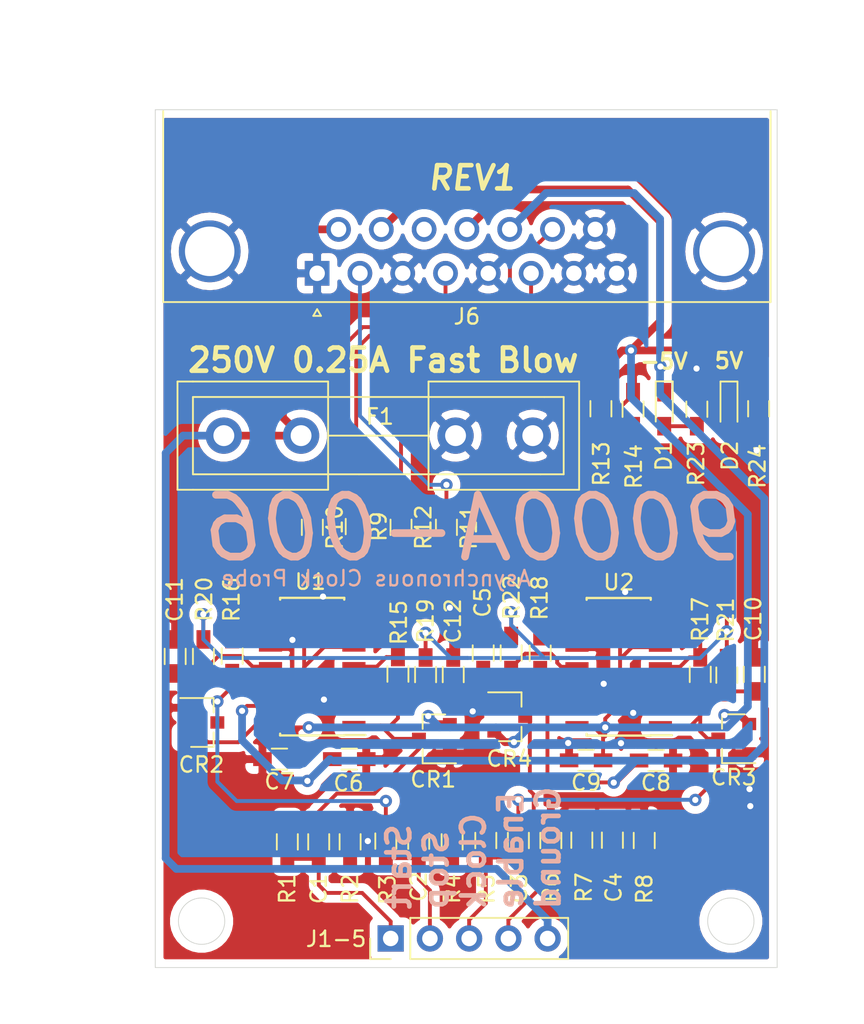
<source format=kicad_pcb>
(kicad_pcb (version 20171130) (host pcbnew "(5.1.4)-1")
  (layers (0 F.Cu signal) (31 B.Cu signal) (34 B.Paste user) (35 F.Paste user) (36 B.SilkS user) (37 F.SilkS user) (38 B.Mask user) (39 F.Mask user) (44 Edge.Cuts user))
  (net 0 "")
  (net 1 "Net-(C1-Pad2)")
  (net 2 "Net-(C1-Pad1)")
  (net 3 "Net-(C2-Pad1)")
  (net 4 "Net-(C2-Pad2)")
  (net 5 "Net-(C3-Pad2)")
  (net 6 "Net-(C3-Pad1)")
  (net 7 "Net-(C4-Pad2)")
  (net 8 "Net-(C4-Pad1)")
  (net 9 "Net-(C5-Pad1)")
  (net 10 GND)
  (net 11 -5V)
  (net 12 +5V)
  (net 13 "Net-(C10-Pad1)")
  (net 14 "Net-(C11-Pad1)")
  (net 15 "Net-(C12-Pad1)")
  (net 16 "Net-(D1-Pad2)")
  (net 17 "Net-(D2-Pad2)")
  (net 18 GND_Sense)
  (net 19 Clock)
  (net 20 Stop)
  (net 21 Enable)
  (net 22 "Net-(J6-Pad11)")
  (net 23 Start)
  (net 24 "Net-(R15-Pad1)")
  (net 25 "Net-(R10-Pad2)")
  (net 26 "Net-(R11-Pad2)")
  (net 27 "Net-(R12-Pad2)")
  (net 28 "Net-(R13-Pad2)")
  (module Resistors_SMD:R_0603_HandSoldering (layer F.Cu) (at 101.092 79.502 270)
    (fp_text reference C1 (at 3.048 0 90) (layer F.SilkS))
    (fp_text value 10pF)
    (pad 2 smd rect (at 1.1 0 270) (size 1.2 0.9) (layers F.Cu F.Paste F.Mask) (net 1 "Net-(C1-Pad2)"))
    (pad 1 smd rect (at -1.1 0 270) (size 1.2 0.9) (layers F.Cu F.Paste F.Mask) (net 2 "Net-(C1-Pad1)"))
  )
  (module Resistors_SMD:R_0603_HandSoldering (layer F.Cu) (at 107.566 79.454 270)
    (fp_text reference C2 (at 2.95 0 90) (layer F.SilkS))
    (fp_text value 10pF)
    (pad 1 smd rect (at -1.1 0 270) (size 1.2 0.9) (layers F.Cu F.Paste F.Mask) (net 3 "Net-(C2-Pad1)"))
    (pad 2 smd rect (at 1.1 0 270) (size 1.2 0.9) (layers F.Cu F.Paste F.Mask) (net 4 "Net-(C2-Pad2)"))
  )
  (module Resistors_SMD:R_0603_HandSoldering (layer F.Cu) (at 114.018 79.414 270)
    (fp_text reference C3 (at 3.1 -0.05 90) (layer F.SilkS))
    (fp_text value 10pF)
    (pad 2 smd rect (at 1.1 0 270) (size 1.2 0.9) (layers F.Cu F.Paste F.Mask) (net 5 "Net-(C3-Pad2)"))
    (pad 1 smd rect (at -1.1 0 270) (size 1.2 0.9) (layers F.Cu F.Paste F.Mask) (net 6 "Net-(C3-Pad1)"))
  )
  (module Resistors_SMD:R_0603_HandSoldering (layer F.Cu) (at 120.104 79.394 270)
    (fp_text reference C4 (at 3.06 -0.08 90) (layer F.SilkS))
    (fp_text value 10pF)
    (pad 2 smd rect (at 1.1 0 270) (size 1.2 0.9) (layers F.Cu F.Paste F.Mask) (net 7 "Net-(C4-Pad2)"))
    (pad 1 smd rect (at -1.1 0 270) (size 1.2 0.9) (layers F.Cu F.Paste F.Mask) (net 8 "Net-(C4-Pad1)"))
  )
  (module Resistors_SMD:R_0603_HandSoldering (layer F.Cu) (at 111.74 67.29 90)
    (fp_text reference C5 (at 3.27 -0.04 90) (layer F.SilkS))
    (fp_text value 10nF)
    (pad 1 smd rect (at -1.1 0 90) (size 1.2 0.9) (layers F.Cu F.Paste F.Mask) (net 9 "Net-(C5-Pad1)"))
    (pad 2 smd rect (at 1.1 0 90) (size 1.2 0.9) (layers F.Cu F.Paste F.Mask) (net 10 GND))
  )
  (module Resistors_SMD:R_0603_HandSoldering (layer F.Cu) (at 103.07 74.15)
    (fp_text reference C6 (at -0.05 1.57) (layer F.SilkS))
    (fp_text value 10nF)
    (pad 2 smd rect (at 1.1 0) (size 1.2 0.9) (layers F.Cu F.Paste F.Mask) (net 10 GND))
    (pad 1 smd rect (at -1.1 0) (size 1.2 0.9) (layers F.Cu F.Paste F.Mask) (net 11 -5V))
  )
  (module Resistors_SMD:R_0603_HandSoldering (layer F.Cu) (at 98.55 74.15 180)
    (fp_text reference C7 (at 0 -1.45) (layer F.SilkS))
    (fp_text value 10nF)
    (pad 1 smd rect (at -1.1 0 180) (size 1.2 0.9) (layers F.Cu F.Paste F.Mask) (net 12 +5V))
    (pad 2 smd rect (at 1.1 0 180) (size 1.2 0.9) (layers F.Cu F.Paste F.Mask) (net 10 GND))
  )
  (module Resistors_SMD:R_0603_HandSoldering (layer F.Cu) (at 122.93 74.24)
    (fp_text reference C8 (at -0.01 1.46) (layer F.SilkS))
    (fp_text value 10nF)
    (pad 1 smd rect (at -1.1 0) (size 1.2 0.9) (layers F.Cu F.Paste F.Mask) (net 11 -5V))
    (pad 2 smd rect (at 1.1 0) (size 1.2 0.9) (layers F.Cu F.Paste F.Mask) (net 10 GND))
  )
  (module Resistors_SMD:R_0603_HandSoldering (layer F.Cu) (at 118.4 74.23 180)
    (fp_text reference C9 (at 0 -1.45) (layer F.SilkS))
    (fp_text value 10nF)
    (pad 2 smd rect (at 1.1 0 180) (size 1.2 0.9) (layers F.Cu F.Paste F.Mask) (net 10 GND))
    (pad 1 smd rect (at -1.1 0 180) (size 1.2 0.9) (layers F.Cu F.Paste F.Mask) (net 12 +5V))
  )
  (module Resistors_SMD:R_0603_HandSoldering (layer F.Cu) (at 129.29 68.67 90)
    (fp_text reference C10 (at 3.6 -0.06 90) (layer F.SilkS))
    (fp_text value 10nF)
    (pad 1 smd rect (at -1.1 0 90) (size 1.2 0.9) (layers F.Cu F.Paste F.Mask) (net 13 "Net-(C10-Pad1)"))
    (pad 2 smd rect (at 1.1 0 90) (size 1.2 0.9) (layers F.Cu F.Paste F.Mask) (net 10 GND))
  )
  (module Resistors_SMD:R_0603_HandSoldering (layer F.Cu) (at 91.8 67.51 90)
    (fp_text reference C11 (at 3.68 -0.03 90) (layer F.SilkS))
    (fp_text value 10nF)
    (pad 2 smd rect (at 1.1 0 90) (size 1.2 0.9) (layers F.Cu F.Paste F.Mask) (net 10 GND))
    (pad 1 smd rect (at -1.1 0 90) (size 1.2 0.9) (layers F.Cu F.Paste F.Mask) (net 14 "Net-(C11-Pad1)"))
  )
  (module Resistors_SMD:R_0603_HandSoldering (layer F.Cu) (at 109.8 68.68 90)
    (fp_text reference C12 (at 3.46 -0.02 90) (layer F.SilkS))
    (fp_text value 10nF)
    (pad 1 smd rect (at -1.1 0 90) (size 1.2 0.9) (layers F.Cu F.Paste F.Mask) (net 15 "Net-(C12-Pad1)"))
    (pad 2 smd rect (at 1.1 0 90) (size 1.2 0.9) (layers F.Cu F.Paste F.Mask) (net 10 GND))
  )
  (module TO_SOT_Packages_SMD:SOT-23 (layer F.Cu) (at 108.58 72.84 180)
    (fp_text reference CR1 (at 0.08 -2.63) (layer F.SilkS))
    (fp_text value BAV99)
    (pad 1 smd rect (at -1 -0.95 180) (size 0.9 0.8) (layers F.Cu F.Paste F.Mask) (net 10 GND))
    (pad 2 smd rect (at -1 0.95 180) (size 0.9 0.8) (layers F.Cu F.Paste F.Mask) (net 12 +5V))
    (pad 3 smd rect (at 1 0 180) (size 0.9 0.8) (layers F.Cu F.Paste F.Mask) (net 2 "Net-(C1-Pad1)"))
  )
  (module TO_SOT_Packages_SMD:SOT-23 (layer F.Cu) (at 93.53 71.78)
    (fp_text reference CR2 (at -0.03 2.73) (layer F.SilkS))
    (fp_text value BAV99)
    (pad 3 smd rect (at 1 0) (size 0.9 0.8) (layers F.Cu F.Paste F.Mask) (net 3 "Net-(C2-Pad1)"))
    (pad 2 smd rect (at -1 0.95) (size 0.9 0.8) (layers F.Cu F.Paste F.Mask) (net 12 +5V))
    (pad 1 smd rect (at -1 -0.95) (size 0.9 0.8) (layers F.Cu F.Paste F.Mask) (net 10 GND))
  )
  (module TO_SOT_Packages_SMD:SOT-23 (layer F.Cu) (at 127.96 72.83 180)
    (fp_text reference CR3 (at 0 -2.5) (layer F.SilkS))
    (fp_text value BAV99)
    (pad 1 smd rect (at -1 -0.95 180) (size 0.9 0.8) (layers F.Cu F.Paste F.Mask) (net 10 GND))
    (pad 2 smd rect (at -1 0.95 180) (size 0.9 0.8) (layers F.Cu F.Paste F.Mask) (net 12 +5V))
    (pad 3 smd rect (at 1 0 180) (size 0.9 0.8) (layers F.Cu F.Paste F.Mask) (net 6 "Net-(C3-Pad1)"))
  )
  (module TO_SOT_Packages_SMD:SOT-23 (layer F.Cu) (at 113.46 71.41)
    (fp_text reference CR4 (at -0.03 2.72) (layer F.SilkS))
    (fp_text value BAV99)
    (pad 3 smd rect (at 1 0) (size 0.9 0.8) (layers F.Cu F.Paste F.Mask) (net 8 "Net-(C4-Pad1)"))
    (pad 2 smd rect (at -1 0.95) (size 0.9 0.8) (layers F.Cu F.Paste F.Mask) (net 12 +5V))
    (pad 1 smd rect (at -1 -0.95) (size 0.9 0.8) (layers F.Cu F.Paste F.Mask) (net 10 GND))
  )
  (module LEDs:LED_0603_HandSoldering (layer F.Cu) (at 123.46 51.52 270)
    (fp_text reference D1 (at 3.03 0.03 90) (layer F.SilkS))
    (fp_text value LED)
    (pad 1 smd rect (at -1.1 0 270) (size 1.2 0.9) (layers F.Cu F.Paste F.Mask) (net 11 -5V))
    (pad 2 smd rect (at 1.1 0 270) (size 1.2 0.9) (layers F.Cu F.Paste F.Mask) (net 16 "Net-(D1-Pad2)"))
  )
  (module LEDs:LED_0603_HandSoldering (layer F.Cu) (at 127.65 51.53 270)
    (fp_text reference D2 (at 3 -0.06 90) (layer F.SilkS))
    (fp_text value LED)
    (pad 2 smd rect (at 1.1 0 270) (size 1.2 0.9) (layers F.Cu F.Paste F.Mask) (net 17 "Net-(D2-Pad2)"))
    (pad 1 smd rect (at -1.1 0 270) (size 1.2 0.9) (layers F.Cu F.Paste F.Mask) (net 10 GND))
  )
  (module Fuse_Holders_and_Fuses:Fuseholder5x20_horiz_open_inline_Type-I (layer F.Cu) (at 114.95 53.23 180)
    (fp_text reference F1 (at 9.9 1.23) (layer F.SilkS))
    (fp_text value Fuse)
    (pad 1 thru_hole circle (at 0 0 180) (size 2.35 2.35) (drill 1.35) (layers *.Cu *.Mask) (net 10 GND))
    (pad 1 thru_hole circle (at 5 0 180) (size 2.35 2.35) (drill 1.35) (layers *.Cu *.Mask) (net 10 GND))
    (pad 2 thru_hole circle (at 20 0 180) (size 2.35 2.35) (drill 1.35) (layers *.Cu *.Mask) (net 18 GND_Sense))
    (pad 2 thru_hole circle (at 15 0 180) (size 2.35 2.35) (drill 1.35) (layers *.Cu *.Mask) (net 18 GND_Sense))
  )
  (module Pin_Headers:Pin_Header_Straight_1x05_Pitch2.54mm (layer F.Cu) (at 105.75 85.75 90)
    (fp_text reference J1-5 (at -0.032 -3.532 180) (layer F.SilkS))
    (fp_text value Conn_01x05)
    (pad 5 thru_hole oval (at 0 10.16 90) (size 1.7 1.7) (drill 1) (layers *.Cu *.Mask) (net 18 GND_Sense))
    (pad 4 thru_hole oval (at 0 7.62 90) (size 1.7 1.7) (drill 1) (layers *.Cu *.Mask) (net 7 "Net-(C4-Pad2)"))
    (pad 3 thru_hole oval (at 0 5.08 90) (size 1.7 1.7) (drill 1) (layers *.Cu *.Mask) (net 5 "Net-(C3-Pad2)"))
    (pad 2 thru_hole oval (at 0 2.54 90) (size 1.7 1.7) (drill 1) (layers *.Cu *.Mask) (net 4 "Net-(C2-Pad2)"))
    (pad 1 thru_hole rect (at 0 0 90) (size 1.7 1.7) (drill 1) (layers *.Cu *.Mask) (net 1 "Net-(C1-Pad2)"))
  )
  (module Resistors_SMD:R_0603_HandSoldering (layer F.Cu) (at 99.06 79.502 270)
    (fp_text reference R1 (at 3.048 0 90) (layer F.SilkS))
    (fp_text value 22k)
    (pad 1 smd rect (at -1.1 0 270) (size 1.2 0.9) (layers F.Cu F.Paste F.Mask) (net 2 "Net-(C1-Pad1)"))
    (pad 2 smd rect (at 1.1 0 270) (size 1.2 0.9) (layers F.Cu F.Paste F.Mask) (net 1 "Net-(C1-Pad2)"))
  )
  (module Resistors_SMD:R_0603_HandSoldering (layer F.Cu) (at 103.124 79.502 270)
    (fp_text reference R2 (at 3.048 0 90) (layer F.SilkS))
    (fp_text value 22k)
    (pad 2 smd rect (at 1.1 0 270) (size 1.2 0.9) (layers F.Cu F.Paste F.Mask) (net 2 "Net-(C1-Pad1)"))
    (pad 1 smd rect (at -1.1 0 270) (size 1.2 0.9) (layers F.Cu F.Paste F.Mask) (net 10 GND))
  )
  (module Resistors_SMD:R_0603_HandSoldering (layer F.Cu) (at 105.436 79.454 270)
    (fp_text reference R3 (at 3.15 -0.11 90) (layer F.SilkS))
    (fp_text value 22k)
    (pad 2 smd rect (at 1.1 0 270) (size 1.2 0.9) (layers F.Cu F.Paste F.Mask) (net 4 "Net-(C2-Pad2)"))
    (pad 1 smd rect (at -1.1 0 270) (size 1.2 0.9) (layers F.Cu F.Paste F.Mask) (net 3 "Net-(C2-Pad1)"))
  )
  (module Resistors_SMD:R_0603_HandSoldering (layer F.Cu) (at 109.728 79.502 270)
    (fp_text reference R4 (at 3.04 0 90) (layer F.SilkS))
    (fp_text value 22k)
    (pad 1 smd rect (at -1.1 0 270) (size 1.2 0.9) (layers F.Cu F.Paste F.Mask) (net 10 GND))
    (pad 2 smd rect (at 1.1 0 270) (size 1.2 0.9) (layers F.Cu F.Paste F.Mask) (net 3 "Net-(C2-Pad1)"))
  )
  (module Resistors_SMD:R_0603_HandSoldering (layer F.Cu) (at 111.908 79.414 270)
    (fp_text reference R5 (at 3.14 -0.05 90) (layer F.SilkS))
    (fp_text value 22k)
    (pad 1 smd rect (at -1.1 0 270) (size 1.2 0.9) (layers F.Cu F.Paste F.Mask) (net 6 "Net-(C3-Pad1)"))
    (pad 2 smd rect (at 1.1 0 270) (size 1.2 0.9) (layers F.Cu F.Paste F.Mask) (net 5 "Net-(C3-Pad2)"))
  )
  (module Resistors_SMD:R_0603_HandSoldering (layer F.Cu) (at 116.118 79.414 270)
    (fp_text reference R6 (at 3.04 0 90) (layer F.SilkS))
    (fp_text value 22k)
    (pad 2 smd rect (at 1.1 0 270) (size 1.2 0.9) (layers F.Cu F.Paste F.Mask) (net 6 "Net-(C3-Pad1)"))
    (pad 1 smd rect (at -1.1 0 270) (size 1.2 0.9) (layers F.Cu F.Paste F.Mask) (net 10 GND))
  )
  (module Resistors_SMD:R_0603_HandSoldering (layer F.Cu) (at 118.124 79.394 270)
    (fp_text reference R7 (at 3.06 -0.13 90) (layer F.SilkS))
    (fp_text value 22k)
    (pad 1 smd rect (at -1.1 0 270) (size 1.2 0.9) (layers F.Cu F.Paste F.Mask) (net 8 "Net-(C4-Pad1)"))
    (pad 2 smd rect (at 1.1 0 270) (size 1.2 0.9) (layers F.Cu F.Paste F.Mask) (net 7 "Net-(C4-Pad2)"))
  )
  (module Resistors_SMD:R_0603_HandSoldering (layer F.Cu) (at 122.164 79.414 270)
    (fp_text reference R8 (at 3.136 -0.01 90) (layer F.SilkS))
    (fp_text value 22k)
    (pad 1 smd rect (at -1.1 0 270) (size 1.2 0.9) (layers F.Cu F.Paste F.Mask) (net 10 GND))
    (pad 2 smd rect (at 1.1 0 270) (size 1.2 0.9) (layers F.Cu F.Paste F.Mask) (net 8 "Net-(C4-Pad1)"))
  )
  (module Resistors_SMD:R_0603_HandSoldering (layer F.Cu) (at 103.52 59.11 270)
    (fp_text reference R9 (at 0 -1.45 90) (layer F.SilkS))
    (fp_text value 33)
    (pad 2 smd rect (at 1.1 0 270) (size 1.2 0.9) (layers F.Cu F.Paste F.Mask) (net 24 "Net-(R15-Pad1)"))
    (pad 1 smd rect (at -1.1 0 270) (size 1.2 0.9) (layers F.Cu F.Paste F.Mask) (net 23 Start))
  )
  (module Resistors_SMD:R_0603_HandSoldering (layer F.Cu) (at 100.68 59.16 270)
    (fp_text reference R10 (at 0 -1.45 90) (layer F.SilkS))
    (fp_text value 33)
    (pad 1 smd rect (at -1.1 0 270) (size 1.2 0.9) (layers F.Cu F.Paste F.Mask) (net 20 Stop))
    (pad 2 smd rect (at 1.1 0 270) (size 1.2 0.9) (layers F.Cu F.Paste F.Mask) (net 25 "Net-(R10-Pad2)"))
  )
  (module Resistors_SMD:R_0603_HandSoldering (layer F.Cu) (at 109.36 59.16 270)
    (fp_text reference R11 (at 0 -1.45 90) (layer F.SilkS))
    (fp_text value 33)
    (pad 2 smd rect (at 1.1 0 270) (size 1.2 0.9) (layers F.Cu F.Paste F.Mask) (net 26 "Net-(R11-Pad2)"))
    (pad 1 smd rect (at -1.1 0 270) (size 1.2 0.9) (layers F.Cu F.Paste F.Mask) (net 19 Clock))
  )
  (module Resistors_SMD:R_0603_HandSoldering (layer F.Cu) (at 106.42 59.16 270)
    (fp_text reference R12 (at 0 -1.45 90) (layer F.SilkS))
    (fp_text value 33)
    (pad 1 smd rect (at -1.1 0 270) (size 1.2 0.9) (layers F.Cu F.Paste F.Mask) (net 21 Enable))
    (pad 2 smd rect (at 1.1 0 270) (size 1.2 0.9) (layers F.Cu F.Paste F.Mask) (net 27 "Net-(R12-Pad2)"))
  )
  (module Resistors_SMD:R_0603_HandSoldering (layer F.Cu) (at 119.36 51.49 270)
    (fp_text reference R13 (at 3.564999 -0.030001 90) (layer F.SilkS))
    (fp_text value 3.6k)
    (pad 1 smd rect (at -1.1 0 270) (size 1.2 0.9) (layers F.Cu F.Paste F.Mask) (net 12 +5V))
    (pad 2 smd rect (at 1.1 0 270) (size 1.2 0.9) (layers F.Cu F.Paste F.Mask) (net 28 "Net-(R13-Pad2)"))
  )
  (module Resistors_SMD:R_0603_HandSoldering (layer F.Cu) (at 121.44 51.52 270)
    (fp_text reference R14 (at 3.71 -0.05 90) (layer F.SilkS))
    (fp_text value 750)
    (pad 2 smd rect (at 1.1 0 270) (size 1.2 0.9) (layers F.Cu F.Paste F.Mask) (net 28 "Net-(R13-Pad2)"))
    (pad 1 smd rect (at -1.1 0 270) (size 1.2 0.9) (layers F.Cu F.Paste F.Mask) (net 10 GND))
  )
  (module Resistors_SMD:R_0603_HandSoldering (layer F.Cu) (at 106.22 68.65 270)
    (fp_text reference R15 (at -3.33 -0.06 90) (layer F.SilkS))
    (fp_text value 120k)
    (pad 2 smd rect (at 1.1 0 270) (size 1.2 0.9) (layers F.Cu F.Paste F.Mask) (net 2 "Net-(C1-Pad1)"))
    (pad 1 smd rect (at -1.1 0 270) (size 1.2 0.9) (layers F.Cu F.Paste F.Mask) (net 24 "Net-(R15-Pad1)"))
  )
  (module Resistors_SMD:R_0603_HandSoldering (layer F.Cu) (at 95.49 67.49 270)
    (fp_text reference R16 (at -3.66 0.04 90) (layer F.SilkS))
    (fp_text value 120k)
    (pad 1 smd rect (at -1.1 0 270) (size 1.2 0.9) (layers F.Cu F.Paste F.Mask) (net 25 "Net-(R10-Pad2)"))
    (pad 2 smd rect (at 1.1 0 270) (size 1.2 0.9) (layers F.Cu F.Paste F.Mask) (net 3 "Net-(C2-Pad1)"))
  )
  (module Resistors_SMD:R_0603_HandSoldering (layer F.Cu) (at 125.79 68.67 270)
    (fp_text reference R17 (at -3.55 0 90) (layer F.SilkS))
    (fp_text value 120k)
    (pad 2 smd rect (at 1.1 0 270) (size 1.2 0.9) (layers F.Cu F.Paste F.Mask) (net 6 "Net-(C3-Pad1)"))
    (pad 1 smd rect (at -1.1 0 270) (size 1.2 0.9) (layers F.Cu F.Paste F.Mask) (net 26 "Net-(R11-Pad2)"))
  )
  (module Resistors_SMD:R_0603_HandSoldering (layer F.Cu) (at 115.43 67.3 270)
    (fp_text reference R18 (at -3.57 0.04 90) (layer F.SilkS))
    (fp_text value 120k)
    (pad 1 smd rect (at -1.1 0 270) (size 1.2 0.9) (layers F.Cu F.Paste F.Mask) (net 27 "Net-(R12-Pad2)"))
    (pad 2 smd rect (at 1.1 0 270) (size 1.2 0.9) (layers F.Cu F.Paste F.Mask) (net 8 "Net-(C4-Pad1)"))
  )
  (module Resistors_SMD:R_0603_HandSoldering (layer F.Cu) (at 108.01 68.68 270)
    (fp_text reference R19 (at -3.46 0 90) (layer F.SilkS))
    (fp_text value 10k)
    (pad 2 smd rect (at 1.1 0 270) (size 1.2 0.9) (layers F.Cu F.Paste F.Mask) (net 15 "Net-(C12-Pad1)"))
    (pad 1 smd rect (at -1.1 0 270) (size 1.2 0.9) (layers F.Cu F.Paste F.Mask) (net 28 "Net-(R13-Pad2)"))
  )
  (module Resistors_SMD:R_0603_HandSoldering (layer F.Cu) (at 93.63 67.51 270)
    (fp_text reference R20 (at -3.7 -0.05 90) (layer F.SilkS))
    (fp_text value 10k)
    (pad 1 smd rect (at -1.1 0 270) (size 1.2 0.9) (layers F.Cu F.Paste F.Mask) (net 28 "Net-(R13-Pad2)"))
    (pad 2 smd rect (at 1.1 0 270) (size 1.2 0.9) (layers F.Cu F.Paste F.Mask) (net 14 "Net-(C11-Pad1)"))
  )
  (module Resistors_SMD:R_0603_HandSoldering (layer F.Cu) (at 127.51 68.72 270)
    (fp_text reference R21 (at -3.56 0.06 90) (layer F.SilkS))
    (fp_text value 10k)
    (pad 2 smd rect (at 1.1 0 270) (size 1.2 0.9) (layers F.Cu F.Paste F.Mask) (net 13 "Net-(C10-Pad1)"))
    (pad 1 smd rect (at -1.1 0 270) (size 1.2 0.9) (layers F.Cu F.Paste F.Mask) (net 28 "Net-(R13-Pad2)"))
  )
  (module Resistors_SMD:R_0603_HandSoldering (layer F.Cu) (at 113.55 67.29 270)
    (fp_text reference R22 (at -3.59 -0.03 90) (layer F.SilkS))
    (fp_text value 10k)
    (pad 2 smd rect (at 1.1 0 270) (size 1.2 0.9) (layers F.Cu F.Paste F.Mask) (net 9 "Net-(C5-Pad1)"))
    (pad 1 smd rect (at -1.1 0 270) (size 1.2 0.9) (layers F.Cu F.Paste F.Mask) (net 28 "Net-(R13-Pad2)"))
  )
  (module Resistors_SMD:R_0603_HandSoldering (layer F.Cu) (at 125.57 51.52 90)
    (fp_text reference R23 (at -3.53 -0.04 90) (layer F.SilkS))
    (fp_text value 330)
    (pad 2 smd rect (at 1.1 0 90) (size 1.2 0.9) (layers F.Cu F.Paste F.Mask) (net 10 GND))
    (pad 1 smd rect (at -1.1 0 90) (size 1.2 0.9) (layers F.Cu F.Paste F.Mask) (net 16 "Net-(D1-Pad2)"))
  )
  (module Resistors_SMD:R_0603_HandSoldering (layer F.Cu) (at 129.57 51.49 270)
    (fp_text reference R24 (at 3.72 0.07 90) (layer F.SilkS))
    (fp_text value 330)
    (pad 1 smd rect (at -1.1 0 270) (size 1.2 0.9) (layers F.Cu F.Paste F.Mask) (net 12 +5V))
    (pad 2 smd rect (at 1.1 0 270) (size 1.2 0.9) (layers F.Cu F.Paste F.Mask) (net 17 "Net-(D2-Pad2)"))
  )
  (module Housings_SOIC:SOIC-14_3.9x8.7mm_Pitch1.27mm (layer F.Cu) (at 100.67 68.17 180)
    (fp_text reference U1 (at 0.12 5.49) (layer F.SilkS))
    (fp_text value NE521)
    (pad 14 smd rect (at 2.7 -3.81 180) (size 1.5 0.6) (layers F.Cu F.Paste F.Mask) (net 12 +5V))
    (pad 13 smd rect (at 2.7 -2.54 180) (size 1.5 0.6) (layers F.Cu F.Paste F.Mask) (net 11 -5V))
    (pad 12 smd rect (at 2.7 -1.27 180) (size 1.5 0.6) (layers F.Cu F.Paste F.Mask) (net 3 "Net-(C2-Pad1)"))
    (pad 11 smd rect (at 2.7 0 180) (size 1.5 0.6) (layers F.Cu F.Paste F.Mask) (net 14 "Net-(C11-Pad1)"))
    (pad 10 smd rect (at 2.7 1.27 180) (size 1.5 0.6) (layers F.Cu F.Paste F.Mask) (net 10 GND))
    (pad 9 smd rect (at 2.7 2.54 180) (size 1.5 0.6) (layers F.Cu F.Paste F.Mask) (net 25 "Net-(R10-Pad2)"))
    (pad 8 smd rect (at 2.7 3.81 180) (size 1.5 0.6) (layers F.Cu F.Paste F.Mask) (net 12 +5V))
    (pad 7 smd rect (at -2.7 3.81 180) (size 1.5 0.6) (layers F.Cu F.Paste F.Mask) (net 10 GND))
    (pad 6 smd rect (at -2.7 2.54 180) (size 1.5 0.6) (layers F.Cu F.Paste F.Mask) (net 12 +5V))
    (pad 5 smd rect (at -2.7 1.27 180) (size 1.5 0.6) (layers F.Cu F.Paste F.Mask) (net 12 +5V))
    (pad 4 smd rect (at -2.7 0 180) (size 1.5 0.6) (layers F.Cu F.Paste F.Mask) (net 24 "Net-(R15-Pad1)"))
    (pad 3 smd rect (at -2.7 -1.27 180) (size 1.5 0.6) (layers F.Cu F.Paste F.Mask) (net 10 GND))
    (pad 2 smd rect (at -2.7 -2.54 180) (size 1.5 0.6) (layers F.Cu F.Paste F.Mask) (net 15 "Net-(C12-Pad1)"))
    (pad 1 smd rect (at -2.7 -3.81 180) (size 1.5 0.6) (layers F.Cu F.Paste F.Mask) (net 2 "Net-(C1-Pad1)"))
  )
  (module Housings_SOIC:SOIC-14_3.9x8.7mm_Pitch1.27mm (layer F.Cu) (at 120.51 68.18 180)
    (fp_text reference U2 (at -0.01 5.46) (layer F.SilkS))
    (fp_text value NE521)
    (pad 1 smd rect (at -2.7 -3.81 180) (size 1.5 0.6) (layers F.Cu F.Paste F.Mask) (net 6 "Net-(C3-Pad1)"))
    (pad 2 smd rect (at -2.7 -2.54 180) (size 1.5 0.6) (layers F.Cu F.Paste F.Mask) (net 13 "Net-(C10-Pad1)"))
    (pad 3 smd rect (at -2.7 -1.27 180) (size 1.5 0.6) (layers F.Cu F.Paste F.Mask) (net 10 GND))
    (pad 4 smd rect (at -2.7 0 180) (size 1.5 0.6) (layers F.Cu F.Paste F.Mask) (net 26 "Net-(R11-Pad2)"))
    (pad 5 smd rect (at -2.7 1.27 180) (size 1.5 0.6) (layers F.Cu F.Paste F.Mask) (net 12 +5V))
    (pad 6 smd rect (at -2.7 2.54 180) (size 1.5 0.6) (layers F.Cu F.Paste F.Mask) (net 12 +5V))
    (pad 7 smd rect (at -2.7 3.81 180) (size 1.5 0.6) (layers F.Cu F.Paste F.Mask) (net 10 GND))
    (pad 8 smd rect (at 2.7 3.81 180) (size 1.5 0.6) (layers F.Cu F.Paste F.Mask) (net 12 +5V))
    (pad 9 smd rect (at 2.7 2.54 180) (size 1.5 0.6) (layers F.Cu F.Paste F.Mask) (net 27 "Net-(R12-Pad2)"))
    (pad 10 smd rect (at 2.7 1.27 180) (size 1.5 0.6) (layers F.Cu F.Paste F.Mask) (net 10 GND))
    (pad 11 smd rect (at 2.7 0 180) (size 1.5 0.6) (layers F.Cu F.Paste F.Mask) (net 9 "Net-(C5-Pad1)"))
    (pad 12 smd rect (at 2.7 -1.27 180) (size 1.5 0.6) (layers F.Cu F.Paste F.Mask) (net 8 "Net-(C4-Pad1)"))
    (pad 13 smd rect (at 2.7 -2.54 180) (size 1.5 0.6) (layers F.Cu F.Paste F.Mask) (net 11 -5V))
    (pad 14 smd rect (at 2.7 -3.81 180) (size 1.5 0.6) (layers F.Cu F.Paste F.Mask) (net 12 +5V))
  )
  (module Connectors_DSub:DSUB-15_Female_Horizontal_P2.77x2.84mm_EdgePinOffset7.70mm_Housed_MountingHolesOffset9.12mm (layer F.Cu) (at 100.99 42.73 180)
    (fp_text reference J6 (at -9.695 -2.8) (layer F.SilkS))
    (fp_text value DB15_Female)
    (pad 1 thru_hole rect (at 0 0 180) (size 1.6 1.6) (drill 1) (layers *.Cu *.Mask) (net 10 GND))
    (pad 2 thru_hole circle (at -2.77 0 180) (size 1.6 1.6) (drill 1) (layers *.Cu *.Mask) (net 19 Clock))
    (pad 3 thru_hole circle (at -5.54 0 180) (size 1.6 1.6) (drill 1) (layers *.Cu *.Mask) (net 10 GND))
    (pad 4 thru_hole circle (at -8.31 0 180) (size 1.6 1.6) (drill 1) (layers *.Cu *.Mask) (net 20 Stop))
    (pad 5 thru_hole circle (at -11.08 0 180) (size 1.6 1.6) (drill 1) (layers *.Cu *.Mask) (net 10 GND))
    (pad 6 thru_hole circle (at -13.85 0 180) (size 1.6 1.6) (drill 1) (layers *.Cu *.Mask) (net 21 Enable))
    (pad 7 thru_hole circle (at -16.62 0 180) (size 1.6 1.6) (drill 1) (layers *.Cu *.Mask) (net 10 GND))
    (pad 8 thru_hole circle (at -19.39 0 180) (size 1.6 1.6) (drill 1) (layers *.Cu *.Mask) (net 10 GND))
    (pad 9 thru_hole circle (at -1.385 2.84 180) (size 1.6 1.6) (drill 1) (layers *.Cu *.Mask) (net 18 GND_Sense))
    (pad 10 thru_hole circle (at -4.155 2.84 180) (size 1.6 1.6) (drill 1) (layers *.Cu *.Mask) (net 12 +5V))
    (pad 11 thru_hole circle (at -6.925 2.84 180) (size 1.6 1.6) (drill 1) (layers *.Cu *.Mask) (net 22 "Net-(J6-Pad11)"))
    (pad 12 thru_hole circle (at -9.695 2.84 180) (size 1.6 1.6) (drill 1) (layers *.Cu *.Mask) (net 12 +5V))
    (pad 13 thru_hole circle (at -12.465 2.84 180) (size 1.6 1.6) (drill 1) (layers *.Cu *.Mask) (net 11 -5V))
    (pad 14 thru_hole circle (at -15.235 2.84 180) (size 1.6 1.6) (drill 1) (layers *.Cu *.Mask) (net 23 Start))
    (pad 15 thru_hole circle (at -18.005 2.84 180) (size 1.6 1.6) (drill 1) (layers *.Cu *.Mask) (net 10 GND))
    (pad 0 thru_hole circle (at -26.345 1.42 180) (size 4 4) (drill 3.2) (layers *.Cu *.Mask) (net 10 GND))
    (pad 0 thru_hole circle (at 6.955 1.42 180) (size 4 4) (drill 3.2) (layers *.Cu *.Mask) (net 10 GND))
  )
  (gr_text REV1 (at 111.01 36.56) (layer F.SilkS) (effects (font (size 1.5 1.5) (thickness 0.3) italic)))
  (gr_circle (center 93.51 84.63) (end 95.01 84.63) (layer Edge.Cuts) (width 0.05))
  (gr_circle (center 127.77 84.63) (end 129.27 84.63) (layer Edge.Cuts) (width 0.05))
  (gr_text "Asynchronous Clock Probe" (at 104.81 62.46) (layer B.SilkS) (effects (font (size 1 1)) (justify mirror)))
  (gr_text 9000A-006 (at 111.3 59.23) (layer B.SilkS) (effects (font (size 4 4) (thickness 0.5) italic) (justify mirror)))
  (gr_text "Start\nStop\nClock\nEnable\nGround" (at 111.11 84.02 90) (layer B.SilkS) (effects (font (size 1.5 1.5) (thickness 0.3)) (justify right mirror)))
  (gr_line (start 90.51 32.15) (end 130.77 32.15) (layer Edge.Cuts) (width 0.05))
  (gr_line (start 90.51 87.63) (end 130.77 87.63) (layer Edge.Cuts) (width 0.05))
  (gr_line (start 130.77 32.15) (end 130.77 87.63) (layer Edge.Cuts) (width 0.05))
  (gr_line (start 90.51 32.15) (end 90.51 87.63) (layer Edge.Cuts) (width 0.05))
  (gr_text "250V 0.25A Fast Blow" (at 105.27 48.35) (layer F.SilkS) (effects (font (size 1.5 1.5) (thickness 0.3))))
  (gr_text 5V (at 127.65 48.39) (layer F.SilkS) (effects (font (size 1 1) (thickness 0.2))))
  (gr_text -5V (at 123.44 48.42) (layer F.SilkS) (effects (font (size 1 1) (thickness 0.2))))
  (segment (start 101.092 80.602) (end 99.06 80.602) (width 0.25) (layer F.Cu) (net 1))
  (segment (start 101.092 82.296) (end 101.092 80.602) (width 0.25) (layer F.Cu) (net 1))
  (segment (start 101.6 82.804) (end 101.092 82.296) (width 0.25) (layer F.Cu) (net 1))
  (segment (start 103.904 82.804) (end 103.554 82.804) (width 0.25) (layer F.Cu) (net 1))
  (segment (start 105.75 84.65) (end 103.904 82.804) (width 0.25) (layer F.Cu) (net 1))
  (segment (start 105.75 85.75) (end 105.75 84.65) (width 0.25) (layer F.Cu) (net 1))
  (segment (start 103.554 82.804) (end 101.6 82.804) (width 0.25) (layer F.Cu) (net 1))
  (segment (start 107.58 72.84) (end 105.96 72.84) (width 0.25) (layer F.Cu) (net 2))
  (segment (start 105.1 71.98) (end 103.37 71.98) (width 0.25) (layer F.Cu) (net 2))
  (segment (start 105.96 72.84) (end 105.1 71.98) (width 0.25) (layer F.Cu) (net 2))
  (segment (start 105.1 71.98) (end 105.74 71.98) (width 0.25) (layer F.Cu) (net 2))
  (segment (start 106.22 71.5) (end 106.22 69.75) (width 0.25) (layer F.Cu) (net 2))
  (segment (start 105.74 71.98) (end 106.22 71.5) (width 0.25) (layer F.Cu) (net 2))
  (segment (start 99.06 78.402) (end 101.092 78.402) (width 0.25) (layer F.Cu) (net 2))
  (segment (start 103.124 80.584) (end 103.124 80.602) (width 0.25) (layer F.Cu) (net 2))
  (segment (start 101.092 78.552) (end 103.124 80.584) (width 0.25) (layer F.Cu) (net 2))
  (segment (start 101.092 78.402) (end 101.092 78.552) (width 0.25) (layer F.Cu) (net 2))
  (segment (start 101.092 77.552) (end 101.092 78.402) (width 0.25) (layer F.Cu) (net 2))
  (segment (start 102.264 76.38) (end 101.092 77.552) (width 0.25) (layer F.Cu) (net 2))
  (segment (start 104.69 76.38) (end 102.264 76.38) (width 0.25) (layer F.Cu) (net 2))
  (segment (start 107.58 73.49) (end 104.69 76.38) (width 0.25) (layer F.Cu) (net 2))
  (segment (start 107.58 72.84) (end 107.58 73.49) (width 0.25) (layer F.Cu) (net 2))
  (segment (start 97.04 69.44) (end 97.97 69.44) (width 0.25) (layer F.Cu) (net 3))
  (segment (start 96.19 68.59) (end 97.04 69.44) (width 0.25) (layer F.Cu) (net 3))
  (segment (start 95.49 68.59) (end 96.19 68.59) (width 0.25) (layer F.Cu) (net 3))
  (segment (start 105.436 78.354) (end 105.436 78.354) (width 0.25) (layer F.Cu) (net 3))
  (segment (start 109.664 80.602) (end 109.728 80.602) (width 0.25) (layer F.Cu) (net 3))
  (segment (start 107.566 78.504) (end 109.664 80.602) (width 0.25) (layer F.Cu) (net 3))
  (segment (start 107.566 78.354) (end 107.566 78.504) (width 0.25) (layer F.Cu) (net 3))
  (segment (start 105.436 78.354) (end 107.566 78.354) (width 0.25) (layer F.Cu) (net 3))
  (via (at 105.436 76.86) (size 0.8) (drill 0.4) (layers F.Cu B.Cu) (net 3))
  (via (at 94.53 70.42) (size 0.8) (drill 0.4) (layers F.Cu B.Cu) (net 3))
  (segment (start 95.49 69.46) (end 95.49 69.39) (width 0.25) (layer F.Cu) (net 3))
  (segment (start 94.53 70.42) (end 95.49 69.46) (width 0.25) (layer F.Cu) (net 3))
  (segment (start 95.49 69.39) (end 95.49 68.59) (width 0.25) (layer F.Cu) (net 3))
  (segment (start 94.53 71.78) (end 94.53 70.42) (width 0.25) (layer F.Cu) (net 3))
  (segment (start 94.53 71.78) (end 94.53 70.42) (width 0.25) (layer B.Cu) (net 3))
  (segment (start 105.436 78.354) (end 105.436 76.86) (width 0.25) (layer F.Cu) (net 3))
  (segment (start 95.78 76.86) (end 105.436 76.86) (width 0.25) (layer B.Cu) (net 3))
  (segment (start 94.53 75.61) (end 95.78 76.86) (width 0.25) (layer B.Cu) (net 3))
  (segment (start 94.53 75.61) (end 94.53 71.78) (width 0.25) (layer B.Cu) (net 3))
  (segment (start 107.566 80.554) (end 105.436 80.554) (width 0.25) (layer F.Cu) (net 4))
  (segment (start 107.566 81.912) (end 107.566 80.554) (width 0.25) (layer F.Cu) (net 4))
  (segment (start 108.29 82.636) (end 107.702 82.048) (width 0.25) (layer F.Cu) (net 4))
  (segment (start 108.29 85.75) (end 108.29 82.636) (width 0.25) (layer F.Cu) (net 4))
  (segment (start 107.702 82.048) (end 107.566 81.912) (width 0.25) (layer F.Cu) (net 4))
  (segment (start 114.018 80.514) (end 111.908 80.514) (width 0.25) (layer F.Cu) (net 5))
  (segment (start 111.908 82.402) (end 111.908 80.514) (width 0.25) (layer F.Cu) (net 5))
  (segment (start 111.908 83.469919) (end 111.908 82.402) (width 0.25) (layer F.Cu) (net 5))
  (segment (start 110.83 84.547919) (end 111.908 83.469919) (width 0.25) (layer F.Cu) (net 5))
  (segment (start 110.83 85.75) (end 110.83 84.547919) (width 0.25) (layer F.Cu) (net 5))
  (segment (start 111.908 78.314) (end 114.018 78.314) (width 0.25) (layer F.Cu) (net 6))
  (segment (start 116.068 80.514) (end 116.118 80.514) (width 0.25) (layer F.Cu) (net 6))
  (segment (start 114.018 78.464) (end 116.068 80.514) (width 0.25) (layer F.Cu) (net 6))
  (segment (start 114.018 78.314) (end 114.018 78.464) (width 0.25) (layer F.Cu) (net 6))
  (segment (start 124.21 71.99) (end 124.22 72) (width 0.25) (layer F.Cu) (net 6))
  (segment (start 123.21 71.99) (end 124.21 71.99) (width 0.25) (layer F.Cu) (net 6))
  (segment (start 124.22 72) (end 125.17 72) (width 0.25) (layer F.Cu) (net 6))
  (segment (start 125.17 72) (end 125.79 71.38) (width 0.25) (layer F.Cu) (net 6))
  (segment (start 125.79 72.36) (end 125.79 71.24) (width 0.25) (layer F.Cu) (net 6))
  (segment (start 126.26 72.83) (end 125.79 72.36) (width 0.25) (layer F.Cu) (net 6))
  (segment (start 126.96 72.83) (end 126.26 72.83) (width 0.25) (layer F.Cu) (net 6))
  (segment (start 125.79 71.38) (end 125.79 71.24) (width 0.25) (layer F.Cu) (net 6))
  (segment (start 125.79 71.24) (end 125.79 69.77) (width 0.25) (layer F.Cu) (net 6))
  (segment (start 125.47 76.79) (end 126.96 75.3) (width 0.25) (layer F.Cu) (net 6))
  (segment (start 126.96 75.3) (end 126.96 72.83) (width 0.25) (layer F.Cu) (net 6))
  (segment (start 114.018 78.314) (end 114.018 77.464) (width 0.25) (layer F.Cu) (net 6))
  (via (at 114.01 76.78) (size 0.8) (drill 0.4) (layers F.Cu B.Cu) (net 6))
  (segment (start 114.018 77.464) (end 114.018 76.788) (width 0.25) (layer F.Cu) (net 6))
  (segment (start 114.018 76.788) (end 114.01 76.78) (width 0.25) (layer F.Cu) (net 6))
  (via (at 125.47 76.79) (size 0.8) (drill 0.4) (layers F.Cu B.Cu) (net 6))
  (segment (start 114.01 76.78) (end 125.46 76.78) (width 0.25) (layer B.Cu) (net 6))
  (segment (start 125.46 76.78) (end 125.47 76.79) (width 0.25) (layer B.Cu) (net 6))
  (segment (start 120.104 80.494) (end 118.124 80.494) (width 0.25) (layer F.Cu) (net 7))
  (segment (start 118.124 81.774) (end 118.124 80.494) (width 0.25) (layer F.Cu) (net 7))
  (segment (start 113.37 84.547919) (end 115.367919 82.55) (width 0.25) (layer F.Cu) (net 7))
  (segment (start 113.37 85.75) (end 113.37 84.547919) (width 0.25) (layer F.Cu) (net 7))
  (segment (start 117.348 82.55) (end 118.124 81.774) (width 0.25) (layer F.Cu) (net 7))
  (segment (start 115.367919 82.55) (end 117.348 82.55) (width 0.25) (layer F.Cu) (net 7))
  (segment (start 118.124 78.294) (end 118.124 78.294) (width 0.25) (layer F.Cu) (net 8))
  (segment (start 120.104 78.304) (end 120.104 78.294) (width 0.25) (layer F.Cu) (net 8))
  (segment (start 122.164 80.364) (end 120.104 78.304) (width 0.25) (layer F.Cu) (net 8))
  (segment (start 122.164 80.514) (end 122.164 80.364) (width 0.25) (layer F.Cu) (net 8))
  (segment (start 114.46 71.41) (end 114.46 70.76) (width 0.25) (layer F.Cu) (net 8))
  (segment (start 115.77 69.45) (end 115.39 69.83) (width 0.25) (layer F.Cu) (net 8))
  (segment (start 117.81 69.45) (end 115.77 69.45) (width 0.25) (layer F.Cu) (net 8))
  (segment (start 114.46 70.76) (end 115.39 69.83) (width 0.25) (layer F.Cu) (net 8))
  (segment (start 115.39 69.83) (end 115.55 69.67) (width 0.25) (layer F.Cu) (net 8))
  (segment (start 115.43 69.25) (end 115.43 68.4) (width 0.25) (layer F.Cu) (net 8))
  (segment (start 115.63 69.45) (end 115.43 69.25) (width 0.25) (layer F.Cu) (net 8))
  (segment (start 115.77 69.45) (end 115.63 69.45) (width 0.25) (layer F.Cu) (net 8))
  (segment (start 118.124 78.294) (end 120.104 78.294) (width 0.25) (layer F.Cu) (net 8))
  (segment (start 114.76 71.71) (end 114.46 71.41) (width 0.25) (layer F.Cu) (net 8))
  (segment (start 114.76 75.62) (end 114.76 71.71) (width 0.25) (layer F.Cu) (net 8))
  (segment (start 118.124 78.444) (end 117.178 79.39) (width 0.25) (layer F.Cu) (net 8))
  (segment (start 118.124 78.294) (end 118.124 78.444) (width 0.25) (layer F.Cu) (net 8))
  (segment (start 117.178 79.39) (end 115.58041 79.39) (width 0.25) (layer F.Cu) (net 8))
  (segment (start 115.58041 79.39) (end 115.01 78.81959) (width 0.25) (layer F.Cu) (net 8))
  (segment (start 114.76 76.185685) (end 114.76 75.62) (width 0.25) (layer F.Cu) (net 8))
  (segment (start 115.01 76.435685) (end 114.76 76.185685) (width 0.25) (layer F.Cu) (net 8))
  (segment (start 115.01 78.81959) (end 115.01 76.435685) (width 0.25) (layer F.Cu) (net 8))
  (segment (start 111.74 68.39) (end 113.55 68.39) (width 0.25) (layer F.Cu) (net 9))
  (segment (start 113.55 68.24) (end 114.46 67.33) (width 0.25) (layer F.Cu) (net 9))
  (segment (start 113.55 68.39) (end 113.55 68.24) (width 0.25) (layer F.Cu) (net 9))
  (segment (start 114.46 67.33) (end 116.14 67.33) (width 0.25) (layer F.Cu) (net 9))
  (segment (start 116.14 67.33) (end 116.53 67.72) (width 0.25) (layer F.Cu) (net 9))
  (segment (start 116.53 67.72) (end 116.53 67.92) (width 0.25) (layer F.Cu) (net 9))
  (segment (start 116.79 68.18) (end 117.81 68.18) (width 0.25) (layer F.Cu) (net 9))
  (segment (start 116.53 67.92) (end 116.79 68.18) (width 0.25) (layer F.Cu) (net 9))
  (via (at 121.45 71.16) (size 0.8) (drill 0.4) (layers F.Cu B.Cu) (net 10))
  (via (at 119.54 69.28) (size 0.8) (drill 0.4) (layers F.Cu B.Cu) (net 10))
  (via (at 120.93 63.34) (size 0.8) (drill 0.4) (layers F.Cu B.Cu) (net 10))
  (via (at 111.06 71.06) (size 0.8) (drill 0.4) (layers F.Cu B.Cu) (net 10))
  (via (at 109.58 64.36) (size 0.8) (drill 0.4) (layers F.Cu B.Cu) (net 10))
  (via (at 101.37 63.64) (size 0.8) (drill 0.4) (layers F.Cu B.Cu) (net 10))
  (via (at 101.43 70.3) (size 0.8) (drill 0.4) (layers F.Cu B.Cu) (net 10))
  (via (at 99.39 66.44) (size 0.8) (drill 0.4) (layers F.Cu B.Cu) (net 10))
  (via (at 117.24 73.11) (size 0.8) (drill 0.4) (layers F.Cu B.Cu) (net 10))
  (via (at 120.66 73.12) (size 0.8) (drill 0.4) (layers F.Cu B.Cu) (net 10))
  (segment (start 122.164 77.464) (end 122.164 78.314) (width 0.25) (layer F.Cu) (net 10))
  (segment (start 121.94001 77.24001) (end 122.164 77.464) (width 0.25) (layer F.Cu) (net 10))
  (segment (start 117.04199 77.24001) (end 121.94001 77.24001) (width 0.25) (layer F.Cu) (net 10))
  (segment (start 116.118 78.164) (end 117.04199 77.24001) (width 0.25) (layer F.Cu) (net 10))
  (segment (start 116.118 78.314) (end 116.118 78.164) (width 0.25) (layer F.Cu) (net 10))
  (via (at 128.98 76.09) (size 0.8) (drill 0.4) (layers F.Cu B.Cu) (net 10))
  (via (at 129.03 77.19) (size 0.8) (drill 0.4) (layers F.Cu B.Cu) (net 10))
  (via (at 125.55 48.89) (size 0.8) (drill 0.4) (layers F.Cu B.Cu) (net 10))
  (via (at 129.44 54.18) (size 0.8) (drill 0.4) (layers F.Cu B.Cu) (net 10))
  (segment (start 121.44 50.57) (end 120.53 51.48) (width 0.25) (layer F.Cu) (net 10))
  (segment (start 121.44 50.42) (end 121.44 50.57) (width 0.25) (layer F.Cu) (net 10))
  (segment (start 120.53 51.48) (end 117.29 51.48) (width 0.25) (layer F.Cu) (net 10))
  (via (at 104.27 79.45) (size 0.8) (drill 0.4) (layers F.Cu B.Cu) (net 10))
  (via (at 100.36 75.56) (size 0.8) (drill 0.4) (layers F.Cu B.Cu) (net 11))
  (segment (start 102.07 74.25) (end 101.97 74.15) (width 0.25) (layer B.Cu) (net 11))
  (segment (start 128.93 74.25) (end 127.2 74.25) (width 0.5) (layer B.Cu) (net 11))
  (segment (start 129.94 57.3) (end 129.94 73.24) (width 0.5) (layer B.Cu) (net 11))
  (segment (start 127.2 74.25) (end 121.84 74.25) (width 0.5) (layer B.Cu) (net 11))
  (segment (start 127.51 74.25) (end 127.2 74.25) (width 0.25) (layer B.Cu) (net 11))
  (segment (start 129.94 73.24) (end 128.93 74.25) (width 0.5) (layer B.Cu) (net 11))
  (segment (start 113.455 39.89) (end 115.805 37.54) (width 0.5) (layer B.Cu) (net 11))
  (segment (start 115.805 37.54) (end 121.52 37.54) (width 0.5) (layer B.Cu) (net 11))
  (segment (start 123.19 50.55) (end 123.225 50.585) (width 0.5) (layer B.Cu) (net 11))
  (segment (start 121.52 37.54) (end 123.19 39.21) (width 0.5) (layer B.Cu) (net 11))
  (segment (start 123.19 39.21) (end 123.19 50.55) (width 0.5) (layer B.Cu) (net 11))
  (segment (start 101.82 74.15) (end 100.44 75.53) (width 0.5) (layer B.Cu) (net 11))
  (segment (start 101.97 74.15) (end 101.82 74.15) (width 0.25) (layer B.Cu) (net 11))
  (segment (start 100.44 75.53) (end 98.73 75.53) (width 0.5) (layer B.Cu) (net 11))
  (via (at 96.13 71.03) (size 0.8) (drill 0.4) (layers F.Cu B.Cu) (net 11))
  (segment (start 98.73 75.53) (end 96.13 72.93) (width 0.5) (layer B.Cu) (net 11))
  (segment (start 96.13 72.93) (end 96.13 71.03) (width 0.5) (layer B.Cu) (net 11))
  (segment (start 96.45 70.71) (end 96.13 71.03) (width 0.25) (layer F.Cu) (net 11))
  (segment (start 97.97 70.71) (end 96.45 70.71) (width 0.25) (layer F.Cu) (net 11))
  (segment (start 121.84 74.25) (end 102.07 74.25) (width 0.5) (layer B.Cu) (net 11))
  (via (at 120.19 75.67) (size 0.8) (drill 0.4) (layers F.Cu B.Cu) (net 11))
  (segment (start 121.83 74.24) (end 121.68 74.24) (width 0.25) (layer F.Cu) (net 11))
  (segment (start 120.26 75.66) (end 116.03 75.66) (width 0.25) (layer F.Cu) (net 11))
  (segment (start 116.03 75.66) (end 115.9 75.53) (width 0.25) (layer F.Cu) (net 11))
  (segment (start 115.9 75.53) (end 115.9 71.26) (width 0.25) (layer F.Cu) (net 11))
  (segment (start 116.44 70.72) (end 117.81 70.72) (width 0.25) (layer F.Cu) (net 11))
  (segment (start 115.9 71.26) (end 116.44 70.72) (width 0.25) (layer F.Cu) (net 11))
  (segment (start 123.225 50.585) (end 129.94 57.3) (width 0.5) (layer B.Cu) (net 11))
  (segment (start 120.4 75.67) (end 121.83 74.24) (width 0.25) (layer F.Cu) (net 11))
  (segment (start 120.19 75.67) (end 120.4 75.67) (width 0.25) (layer F.Cu) (net 11))
  (segment (start 121.61 74.25) (end 121.84 74.25) (width 0.25) (layer B.Cu) (net 11))
  (segment (start 120.19 75.67) (end 121.61 74.25) (width 0.5) (layer B.Cu) (net 11))
  (via (at 123.21 48.76) (size 0.8) (drill 0.4) (layers F.Cu B.Cu) (net 11))
  (segment (start 123.21 50.17) (end 123.46 50.42) (width 0.25) (layer F.Cu) (net 11))
  (segment (start 123.21 48.76) (end 123.21 50.17) (width 0.25) (layer F.Cu) (net 11))
  (segment (start 100.56 75.56) (end 101.97 74.15) (width 0.25) (layer F.Cu) (net 11))
  (segment (start 100.36 75.56) (end 100.56 75.56) (width 0.25) (layer F.Cu) (net 11))
  (via (at 127.36 71.3) (size 0.8) (drill 0.4) (layers F.Cu B.Cu) (net 12))
  (segment (start 110.685 39.89) (end 113.265 37.31) (width 0.5) (layer F.Cu) (net 12))
  (segment (start 121.11 37.31) (end 123.19 39.39) (width 0.5) (layer F.Cu) (net 12))
  (via (at 121.31 47.72) (size 0.8) (drill 0.4) (layers F.Cu B.Cu) (net 12))
  (segment (start 123.19 39.39) (end 123.19 45.84) (width 0.5) (layer F.Cu) (net 12))
  (segment (start 123.19 45.84) (end 121.31 47.72) (width 0.5) (layer F.Cu) (net 12))
  (segment (start 121.31 47.72) (end 121.31 50.76) (width 0.5) (layer B.Cu) (net 12))
  (via (at 100.45 72.1) (size 0.8) (drill 0.4) (layers F.Cu B.Cu) (net 12))
  (segment (start 99.65 74.15) (end 99.65 72.51) (width 0.25) (layer F.Cu) (net 12))
  (segment (start 99.12 71.98) (end 97.97 71.98) (width 0.25) (layer F.Cu) (net 12))
  (segment (start 93.58 72.73) (end 92.53 72.73) (width 0.25) (layer F.Cu) (net 12))
  (segment (start 93.91 73.06) (end 93.58 72.73) (width 0.25) (layer F.Cu) (net 12))
  (segment (start 95.89 73.06) (end 93.91 73.06) (width 0.25) (layer F.Cu) (net 12))
  (segment (start 97.97 71.98) (end 96.97 71.98) (width 0.25) (layer F.Cu) (net 12))
  (segment (start 96.97 71.98) (end 95.89 73.06) (width 0.25) (layer F.Cu) (net 12))
  (segment (start 98.97 71.98) (end 100.15 70.8) (width 0.25) (layer F.Cu) (net 12))
  (segment (start 97.97 71.98) (end 98.97 71.98) (width 0.25) (layer F.Cu) (net 12))
  (segment (start 101.44 66.9) (end 103.37 66.9) (width 0.25) (layer F.Cu) (net 12))
  (segment (start 100.15 68.19) (end 101.44 66.9) (width 0.25) (layer F.Cu) (net 12))
  (segment (start 103.37 66.9) (end 103.37 65.63) (width 0.25) (layer F.Cu) (net 12))
  (segment (start 100.15 65.54) (end 100.15 68.39) (width 0.25) (layer F.Cu) (net 12))
  (segment (start 98.97 64.36) (end 100.15 65.54) (width 0.25) (layer F.Cu) (net 12))
  (segment (start 97.97 64.36) (end 98.97 64.36) (width 0.25) (layer F.Cu) (net 12))
  (segment (start 100.15 70.8) (end 100.15 68.39) (width 0.25) (layer F.Cu) (net 12))
  (segment (start 100.15 68.39) (end 100.15 68.19) (width 0.25) (layer F.Cu) (net 12))
  (segment (start 119.5 73.53) (end 119.5 74.23) (width 0.25) (layer F.Cu) (net 12))
  (segment (start 119.5 72.68) (end 119.5 73.53) (width 0.25) (layer F.Cu) (net 12))
  (segment (start 118.81 71.99) (end 119.5 72.68) (width 0.25) (layer F.Cu) (net 12))
  (segment (start 117.81 71.99) (end 118.81 71.99) (width 0.25) (layer F.Cu) (net 12))
  (via (at 119.64 72.1) (size 0.8) (drill 0.4) (layers F.Cu B.Cu) (net 12))
  (segment (start 119.64 72.665685) (end 119.64 72.1) (width 0.25) (layer F.Cu) (net 12))
  (segment (start 119.625685 72.68) (end 119.64 72.665685) (width 0.25) (layer F.Cu) (net 12))
  (segment (start 119.5 72.68) (end 119.625685 72.68) (width 0.25) (layer F.Cu) (net 12))
  (segment (start 119.64 71.534315) (end 120.6 70.574315) (width 0.25) (layer F.Cu) (net 12))
  (segment (start 119.64 72.1) (end 119.64 71.534315) (width 0.25) (layer F.Cu) (net 12))
  (segment (start 120.6 70.574315) (end 120.6 67.68) (width 0.25) (layer F.Cu) (net 12))
  (segment (start 121.37 66.91) (end 123.21 66.91) (width 0.25) (layer F.Cu) (net 12))
  (segment (start 120.6 67.68) (end 121.37 66.91) (width 0.25) (layer F.Cu) (net 12))
  (segment (start 120.6 67.68) (end 120.6 65.49) (width 0.25) (layer F.Cu) (net 12))
  (segment (start 119.48 64.37) (end 117.81 64.37) (width 0.25) (layer F.Cu) (net 12))
  (segment (start 120.6 65.49) (end 119.48 64.37) (width 0.25) (layer F.Cu) (net 12))
  (segment (start 123.21 66.91) (end 123.21 65.64) (width 0.25) (layer F.Cu) (net 12))
  (segment (start 128.87 58.32) (end 126.64 56.09) (width 0.5) (layer B.Cu) (net 12))
  (segment (start 119.64 72.1) (end 127.52 72.1) (width 0.5) (layer B.Cu) (net 12))
  (segment (start 121.31 50.76) (end 126.64 56.09) (width 0.5) (layer B.Cu) (net 12))
  (segment (start 126.64 56.09) (end 126.89 56.34) (width 0.25) (layer B.Cu) (net 12))
  (segment (start 109.59 72.1) (end 101.7 72.1) (width 0.5) (layer B.Cu) (net 12))
  (segment (start 112.56 72.1) (end 109.59 72.1) (width 0.5) (layer B.Cu) (net 12))
  (via (at 113.73 73.05) (size 0.8) (drill 0.4) (layers F.Cu B.Cu) (net 12))
  (segment (start 107.725 37.31) (end 113.35 37.31) (width 0.5) (layer F.Cu) (net 12))
  (segment (start 105.145 39.89) (end 107.725 37.31) (width 0.5) (layer F.Cu) (net 12))
  (segment (start 113.265 37.31) (end 113.35 37.31) (width 0.25) (layer F.Cu) (net 12))
  (segment (start 113.35 37.31) (end 121.11 37.31) (width 0.5) (layer F.Cu) (net 12))
  (segment (start 119.36 49.54) (end 119.36 50.39) (width 0.5) (layer F.Cu) (net 12))
  (segment (start 119.36 49.104315) (end 119.36 49.54) (width 0.5) (layer F.Cu) (net 12))
  (segment (start 120.744315 47.72) (end 119.36 49.104315) (width 0.5) (layer F.Cu) (net 12))
  (segment (start 121.31 47.72) (end 120.744315 47.72) (width 0.5) (layer F.Cu) (net 12))
  (segment (start 121.31 47.72) (end 128.47 47.72) (width 0.5) (layer F.Cu) (net 12))
  (segment (start 129.57 48.82) (end 129.57 50.39) (width 0.5) (layer F.Cu) (net 12))
  (segment (start 128.47 47.72) (end 129.57 48.82) (width 0.5) (layer F.Cu) (net 12))
  (segment (start 128.87 70.75) (end 128.87 70.51) (width 0.5) (layer B.Cu) (net 12))
  (segment (start 128.87 70.51) (end 128.87 58.32) (width 0.5) (layer B.Cu) (net 12))
  (segment (start 128.32 71.3) (end 128.48 71.14) (width 0.25) (layer B.Cu) (net 12))
  (segment (start 127.36 71.3) (end 128.32 71.3) (width 0.5) (layer B.Cu) (net 12))
  (segment (start 127.52 72.1) (end 128.48 71.14) (width 0.5) (layer B.Cu) (net 12))
  (segment (start 128.48 71.14) (end 128.87 70.75) (width 0.5) (layer B.Cu) (net 12))
  (segment (start 128.38 71.3) (end 128.96 71.88) (width 0.5) (layer F.Cu) (net 12))
  (segment (start 127.36 71.3) (end 128.38 71.3) (width 0.5) (layer F.Cu) (net 12))
  (segment (start 113.15 73.05) (end 112.46 72.36) (width 0.5) (layer F.Cu) (net 12))
  (segment (start 113.73 73.05) (end 113.15 73.05) (width 0.5) (layer F.Cu) (net 12))
  (segment (start 114.69 72.1) (end 115 72.1) (width 0.25) (layer B.Cu) (net 12))
  (segment (start 119.64 72.1) (end 115 72.1) (width 0.5) (layer B.Cu) (net 12))
  (segment (start 115 72.1) (end 112.56 72.1) (width 0.5) (layer B.Cu) (net 12))
  (segment (start 114.68 72.1) (end 113.73 73.05) (width 0.5) (layer B.Cu) (net 12))
  (segment (start 115 72.1) (end 114.68 72.1) (width 0.25) (layer B.Cu) (net 12))
  (via (at 108.18 71.37) (size 0.8) (drill 0.4) (layers F.Cu B.Cu) (net 12))
  (segment (start 109.58 71.89) (end 108.7 71.89) (width 0.5) (layer F.Cu) (net 12))
  (segment (start 108.7 71.89) (end 108.18 71.37) (width 0.5) (layer F.Cu) (net 12))
  (segment (start 108.91 72.1) (end 108.18 71.37) (width 0.5) (layer B.Cu) (net 12))
  (segment (start 109.59 72.1) (end 108.91 72.1) (width 0.25) (layer B.Cu) (net 12))
  (segment (start 101.7 72.1) (end 100.45 72.1) (width 0.5) (layer B.Cu) (net 12))
  (segment (start 99.65 72.334315) (end 99.65 72.51) (width 0.25) (layer F.Cu) (net 12))
  (segment (start 99.884315 72.1) (end 99.65 72.334315) (width 0.25) (layer F.Cu) (net 12))
  (segment (start 100.45 72.1) (end 99.884315 72.1) (width 0.25) (layer F.Cu) (net 12))
  (segment (start 99.65 72.51) (end 99.24 72.1) (width 0.25) (layer F.Cu) (net 12))
  (segment (start 99.24 72.1) (end 99.12 71.98) (width 0.25) (layer F.Cu) (net 12))
  (segment (start 99.65 72.28) (end 99.47 72.1) (width 0.25) (layer F.Cu) (net 12))
  (segment (start 99.65 72.51) (end 99.65 72.28) (width 0.25) (layer F.Cu) (net 12))
  (segment (start 99.884315 72.1) (end 99.47 72.1) (width 0.25) (layer F.Cu) (net 12))
  (segment (start 99.47 72.1) (end 99.24 72.1) (width 0.25) (layer F.Cu) (net 12))
  (segment (start 127.56 69.77) (end 127.51 69.82) (width 0.25) (layer F.Cu) (net 13))
  (segment (start 129.29 69.77) (end 127.56 69.77) (width 0.25) (layer F.Cu) (net 13))
  (segment (start 127.51 69.82) (end 127.51 69.67) (width 0.25) (layer F.Cu) (net 13))
  (segment (start 124.3 70.72) (end 123.21 70.72) (width 0.25) (layer F.Cu) (net 13))
  (segment (start 126.51 68.67) (end 125.14 68.67) (width 0.25) (layer F.Cu) (net 13))
  (segment (start 127.51 69.67) (end 126.51 68.67) (width 0.25) (layer F.Cu) (net 13))
  (segment (start 125.14 68.67) (end 124.67 69.14) (width 0.25) (layer F.Cu) (net 13))
  (segment (start 124.67 69.14) (end 124.67 70.35) (width 0.25) (layer F.Cu) (net 13))
  (segment (start 124.67 70.35) (end 124.3 70.72) (width 0.25) (layer F.Cu) (net 13))
  (segment (start 91.8 68.61) (end 93.63 68.61) (width 0.25) (layer F.Cu) (net 14))
  (segment (start 93.63 68.46) (end 94.61 67.48) (width 0.25) (layer F.Cu) (net 14))
  (segment (start 93.63 68.61) (end 93.63 68.46) (width 0.25) (layer F.Cu) (net 14))
  (segment (start 94.61 67.48) (end 96.12 67.48) (width 0.25) (layer F.Cu) (net 14))
  (segment (start 96.81 68.17) (end 97.97 68.17) (width 0.25) (layer F.Cu) (net 14))
  (segment (start 96.12 67.48) (end 96.81 68.17) (width 0.25) (layer F.Cu) (net 14))
  (segment (start 109.8 69.78) (end 108.01 69.78) (width 0.25) (layer F.Cu) (net 15))
  (segment (start 108.01 69.78) (end 108.01 69.67) (width 0.25) (layer F.Cu) (net 15))
  (segment (start 108.01 69.67) (end 106.98 68.64) (width 0.25) (layer F.Cu) (net 15))
  (segment (start 106.98 68.64) (end 105.55 68.64) (width 0.25) (layer F.Cu) (net 15))
  (segment (start 105.55 68.64) (end 104.98 69.21) (width 0.25) (layer F.Cu) (net 15))
  (segment (start 104.98 69.21) (end 104.98 70.43) (width 0.25) (layer F.Cu) (net 15))
  (segment (start 104.7 70.71) (end 103.37 70.71) (width 0.25) (layer F.Cu) (net 15))
  (segment (start 104.98 70.43) (end 104.7 70.71) (width 0.25) (layer F.Cu) (net 15))
  (segment (start 123.46 52.62) (end 125.57 52.62) (width 0.25) (layer F.Cu) (net 16))
  (segment (start 127.69 52.59) (end 127.65 52.63) (width 0.25) (layer F.Cu) (net 17))
  (segment (start 129.57 52.59) (end 127.69 52.59) (width 0.25) (layer F.Cu) (net 17))
  (segment (start 99.17 39.89) (end 102.375 39.89) (width 0.5) (layer F.Cu) (net 18))
  (segment (start 97.89 41.17) (end 99.17 39.89) (width 0.5) (layer F.Cu) (net 18))
  (segment (start 97.89 45.18) (end 97.89 41.17) (width 0.5) (layer F.Cu) (net 18))
  (segment (start 98.775001 46.065001) (end 97.89 45.18) (width 0.5) (layer F.Cu) (net 18))
  (segment (start 99.95 53.23) (end 98.775001 52.055001) (width 0.5) (layer F.Cu) (net 18))
  (segment (start 98.775001 52.055001) (end 98.775001 46.065001) (width 0.5) (layer F.Cu) (net 18))
  (segment (start 98.2883 53.23) (end 94.95 53.23) (width 0.5) (layer F.Cu) (net 18))
  (segment (start 99.95 53.23) (end 98.2883 53.23) (width 0.5) (layer F.Cu) (net 18))
  (segment (start 92.312 53.23) (end 94.95 53.23) (width 0.5) (layer B.Cu) (net 18))
  (segment (start 91.186 54.356) (end 92.312 53.23) (width 0.5) (layer B.Cu) (net 18))
  (segment (start 115.91 84.547919) (end 112.612081 81.25) (width 0.5) (layer B.Cu) (net 18))
  (segment (start 115.91 85.75) (end 115.91 84.547919) (width 0.5) (layer B.Cu) (net 18))
  (segment (start 91.872 81.25) (end 91.186 80.564) (width 0.5) (layer B.Cu) (net 18))
  (segment (start 112.612081 81.25) (end 91.872 81.25) (width 0.5) (layer B.Cu) (net 18))
  (segment (start 91.186 80.564) (end 91.186 54.356) (width 0.5) (layer B.Cu) (net 18))
  (via (at 109.36 56.41) (size 0.8) (drill 0.4) (layers F.Cu B.Cu) (net 19))
  (segment (start 103.76 43.86137) (end 103.76 42.73) (width 0.25) (layer B.Cu) (net 19))
  (segment (start 103.76 51.954315) (end 103.76 43.86137) (width 0.25) (layer B.Cu) (net 19))
  (segment (start 109.36 58.06) (end 109.36 56.41) (width 0.25) (layer F.Cu) (net 19))
  (segment (start 108.215684 56.41) (end 107.642842 55.837158) (width 0.25) (layer B.Cu) (net 19))
  (segment (start 109.36 56.41) (end 108.215684 56.41) (width 0.25) (layer B.Cu) (net 19))
  (segment (start 107.642842 55.837158) (end 103.76 51.954315) (width 0.25) (layer B.Cu) (net 19))
  (segment (start 100.68 57.91) (end 102.56 56.03) (width 0.25) (layer F.Cu) (net 20))
  (segment (start 100.68 58.06) (end 100.68 57.91) (width 0.25) (layer F.Cu) (net 20))
  (segment (start 102.56 56.03) (end 102.56 47.58) (width 0.25) (layer F.Cu) (net 20))
  (segment (start 102.56 47.58) (end 103.93 46.21) (width 0.25) (layer F.Cu) (net 20))
  (segment (start 103.93 46.21) (end 108.4 46.21) (width 0.25) (layer F.Cu) (net 20))
  (segment (start 108.4 46.21) (end 109.31 45.3) (width 0.25) (layer F.Cu) (net 20))
  (segment (start 109.3 45.29) (end 109.3 42.73) (width 0.25) (layer F.Cu) (net 20))
  (segment (start 109.31 45.3) (end 109.3 45.29) (width 0.25) (layer F.Cu) (net 20))
  (segment (start 106.42 58.06) (end 106.42 48.31) (width 0.25) (layer F.Cu) (net 21))
  (segment (start 106.42 48.31) (end 107.3 47.43) (width 0.25) (layer F.Cu) (net 21))
  (segment (start 107.3 47.43) (end 112.38 47.43) (width 0.25) (layer F.Cu) (net 21))
  (segment (start 114.84 44.97) (end 114.84 42.73) (width 0.25) (layer F.Cu) (net 21))
  (segment (start 112.38 47.43) (end 114.84 44.97) (width 0.25) (layer F.Cu) (net 21))
  (segment (start 104.38 46.77) (end 103.52 47.63) (width 0.25) (layer F.Cu) (net 23))
  (segment (start 111.08 46.77) (end 104.38 46.77) (width 0.25) (layer F.Cu) (net 23))
  (segment (start 113.47 44.38) (end 111.08 46.77) (width 0.25) (layer F.Cu) (net 23))
  (segment (start 115.425001 40.689999) (end 115.410001 40.689999) (width 0.25) (layer F.Cu) (net 23))
  (segment (start 116.225 39.89) (end 115.425001 40.689999) (width 0.25) (layer F.Cu) (net 23))
  (segment (start 115.410001 40.689999) (end 114.95 41.15) (width 0.25) (layer F.Cu) (net 23))
  (segment (start 114.95 41.15) (end 114.39 41.15) (width 0.25) (layer F.Cu) (net 23))
  (segment (start 114.39 41.15) (end 113.47 42.07) (width 0.25) (layer F.Cu) (net 23))
  (segment (start 103.52 47.63) (end 103.52 58.01) (width 0.25) (layer F.Cu) (net 23))
  (segment (start 113.47 42.07) (end 113.47 44.38) (width 0.25) (layer F.Cu) (net 23))
  (segment (start 106.22 67.55) (end 105.47 67.55) (width 0.25) (layer F.Cu) (net 24))
  (segment (start 104.85 68.17) (end 103.37 68.17) (width 0.25) (layer F.Cu) (net 24))
  (segment (start 105.47 67.55) (end 104.85 68.17) (width 0.25) (layer F.Cu) (net 24))
  (segment (start 106.22 66.7) (end 106.22 67.55) (width 0.25) (layer F.Cu) (net 24))
  (segment (start 106.22 63.06) (end 106.22 66.7) (width 0.25) (layer F.Cu) (net 24))
  (segment (start 103.52 60.36) (end 106.22 63.06) (width 0.25) (layer F.Cu) (net 24))
  (segment (start 103.52 60.21) (end 103.52 60.36) (width 0.25) (layer F.Cu) (net 24))
  (segment (start 96.97 65.63) (end 97.97 65.63) (width 0.25) (layer F.Cu) (net 25))
  (segment (start 96.95 65.63) (end 96.97 65.63) (width 0.25) (layer F.Cu) (net 25))
  (segment (start 96.19 66.39) (end 96.95 65.63) (width 0.25) (layer F.Cu) (net 25))
  (segment (start 95.49 66.39) (end 96.19 66.39) (width 0.25) (layer F.Cu) (net 25))
  (segment (start 99.98 60.26) (end 97.6 62.64) (width 0.25) (layer F.Cu) (net 25))
  (segment (start 100.68 60.26) (end 99.98 60.26) (width 0.25) (layer F.Cu) (net 25))
  (segment (start 97.6 62.64) (end 96.22 62.64) (width 0.25) (layer F.Cu) (net 25))
  (segment (start 95.49 63.37) (end 95.49 66.39) (width 0.25) (layer F.Cu) (net 25))
  (segment (start 96.22 62.64) (end 95.49 63.37) (width 0.25) (layer F.Cu) (net 25))
  (segment (start 124.48 68.18) (end 123.21 68.18) (width 0.25) (layer F.Cu) (net 26))
  (segment (start 125.79 67.57) (end 125.09 67.57) (width 0.25) (layer F.Cu) (net 26))
  (segment (start 125.09 67.57) (end 124.48 68.18) (width 0.25) (layer F.Cu) (net 26))
  (segment (start 110.06 60.26) (end 110.07 60.25) (width 0.25) (layer F.Cu) (net 26))
  (segment (start 109.36 60.26) (end 110.06 60.26) (width 0.25) (layer F.Cu) (net 26))
  (segment (start 110.07 60.25) (end 124.9 60.25) (width 0.25) (layer F.Cu) (net 26))
  (segment (start 125.79 61.14) (end 125.79 67.57) (width 0.25) (layer F.Cu) (net 26))
  (segment (start 124.9 60.25) (end 125.79 61.14) (width 0.25) (layer F.Cu) (net 26))
  (segment (start 116.25 66.2) (end 115.43 66.2) (width 0.25) (layer F.Cu) (net 27))
  (segment (start 117.81 65.64) (end 116.81 65.64) (width 0.25) (layer F.Cu) (net 27))
  (segment (start 116.81 65.64) (end 116.25 66.2) (width 0.25) (layer F.Cu) (net 27))
  (segment (start 106.42 61.11) (end 107.24 61.93) (width 0.25) (layer F.Cu) (net 27))
  (segment (start 106.42 60.26) (end 106.42 61.11) (width 0.25) (layer F.Cu) (net 27))
  (segment (start 107.24 61.93) (end 114.23 61.93) (width 0.25) (layer F.Cu) (net 27))
  (segment (start 115.43 63.13) (end 115.43 66.2) (width 0.25) (layer F.Cu) (net 27))
  (segment (start 114.23 61.93) (end 115.43 63.13) (width 0.25) (layer F.Cu) (net 27))
  (segment (start 120.06 52.59) (end 120.09 52.62) (width 0.25) (layer F.Cu) (net 28))
  (segment (start 119.36 52.59) (end 120.06 52.59) (width 0.25) (layer F.Cu) (net 28))
  (segment (start 121.41 52.59) (end 121.44 52.62) (width 0.25) (layer F.Cu) (net 28))
  (segment (start 119.36 52.59) (end 121.41 52.59) (width 0.25) (layer F.Cu) (net 28))
  (segment (start 127.51 66.77) (end 127.51 67.62) (width 0.25) (layer F.Cu) (net 28))
  (segment (start 127.51 59.54) (end 127.51 66.77) (width 0.25) (layer F.Cu) (net 28))
  (segment (start 121.44 53.47) (end 127.51 59.54) (width 0.25) (layer F.Cu) (net 28))
  (segment (start 121.44 52.62) (end 121.44 53.47) (width 0.25) (layer F.Cu) (net 28))
  (segment (start 127.51 67.62) (end 127.51 67.62) (width 0.25) (layer F.Cu) (net 28))
  (via (at 127.51 65.89) (size 0.8) (drill 0.4) (layers F.Cu B.Cu) (net 28))
  (via (at 93.62 64.78) (size 0.8) (drill 0.4) (layers F.Cu B.Cu) (net 28))
  (via (at 108.01 65.98) (size 0.8) (drill 0.4) (layers F.Cu B.Cu) (net 28))
  (via (at 113.55 64.65) (size 0.8) (drill 0.4) (layers F.Cu B.Cu) (net 28))
  (segment (start 93.62 66.4) (end 93.62 64.78) (width 0.25) (layer B.Cu) (net 28))
  (segment (start 108.01 67.61) (end 94.83 67.61) (width 0.25) (layer B.Cu) (net 28))
  (segment (start 94.83 67.61) (end 93.62 66.4) (width 0.25) (layer B.Cu) (net 28))
  (segment (start 93.62 66.4) (end 93.63 66.41) (width 0.25) (layer F.Cu) (net 28))
  (segment (start 93.62 64.78) (end 93.62 66.4) (width 0.25) (layer F.Cu) (net 28))
  (segment (start 125.79 67.61) (end 127.51 65.89) (width 0.25) (layer B.Cu) (net 28))
  (segment (start 125.11 67.61) (end 125.79 67.61) (width 0.25) (layer B.Cu) (net 28))
  (segment (start 117.31 67.61) (end 115.69 67.61) (width 0.25) (layer B.Cu) (net 28))
  (segment (start 117.31 67.61) (end 114.76 67.61) (width 0.25) (layer B.Cu) (net 28))
  (segment (start 125.11 67.61) (end 117.31 67.61) (width 0.25) (layer B.Cu) (net 28))
  (segment (start 113.55 65.47) (end 113.55 64.65) (width 0.25) (layer B.Cu) (net 28))
  (segment (start 115.69 67.61) (end 113.55 65.47) (width 0.25) (layer B.Cu) (net 28))
  (segment (start 113.55 64.65) (end 113.55 66.19) (width 0.25) (layer F.Cu) (net 28))
  (segment (start 109.64 67.61) (end 108.01 65.98) (width 0.25) (layer B.Cu) (net 28))
  (segment (start 110.73 67.61) (end 109.64 67.61) (width 0.25) (layer B.Cu) (net 28))
  (segment (start 110.73 67.61) (end 108.01 67.61) (width 0.25) (layer B.Cu) (net 28))
  (segment (start 114.76 67.61) (end 110.73 67.61) (width 0.25) (layer B.Cu) (net 28))
  (segment (start 108.01 65.98) (end 108.01 67.58) (width 0.25) (layer F.Cu) (net 28))
  (zone (net 10) (net_name GND) (layer B.Cu) (connect_pads (clearance 0.508)) (min_thickness 0.254) (fill yes (arc_segments 32) (thermal_gap 0.508) (thermal_bridge_width 0.508))
    (polygon (pts (xy 133.73 90.71) (xy 84.89 89.38) (xy 87.4 27.97) (xy 134.32 28.47)))
  )
  (zone (net 10) (net_name GND) (layer F.Cu) (connect_pads (clearance 0.508)) (min_thickness 0.254) (fill yes (arc_segments 32) (thermal_gap 0.508) (thermal_bridge_width 0.508))
    (polygon (pts (xy 135.37 28.75) (xy 80.46 28.05) (xy 85.39 89.5) (xy 136.4 91.28)))
  )
)
</source>
